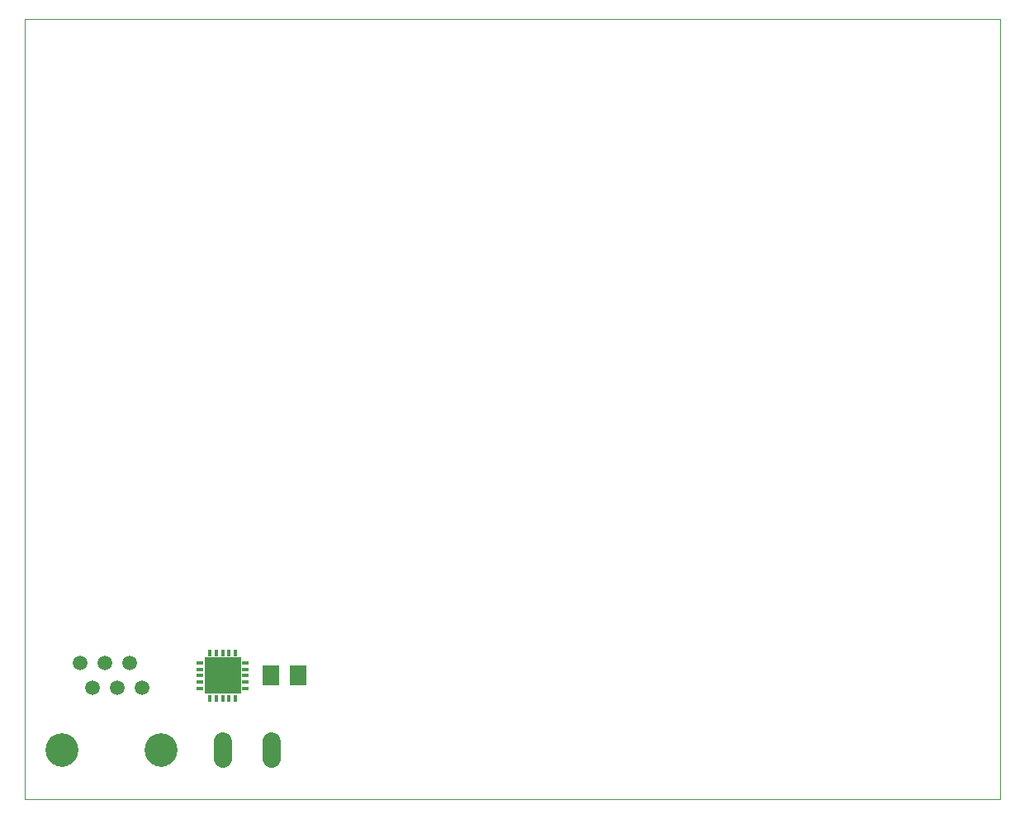
<source format=gts>
G75*
%MOIN*%
%OFA0B0*%
%FSLAX24Y24*%
%IPPOS*%
%LPD*%
%AMOC8*
5,1,8,0,0,1.08239X$1,22.5*
%
%ADD10C,0.0000*%
%ADD11R,0.0158X0.0296*%
%ADD12R,0.0296X0.0158*%
%ADD13R,0.1500X0.1500*%
%ADD14C,0.0594*%
%ADD15C,0.1320*%
%ADD16R,0.0670X0.0827*%
%ADD17C,0.0745*%
D10*
X000260Y001204D02*
X000260Y032700D01*
X039630Y032700D01*
X039630Y001204D01*
X000260Y001204D01*
X001120Y003204D02*
X001122Y003254D01*
X001128Y003304D01*
X001138Y003353D01*
X001151Y003402D01*
X001169Y003449D01*
X001190Y003495D01*
X001214Y003538D01*
X001242Y003580D01*
X001273Y003620D01*
X001307Y003657D01*
X001344Y003691D01*
X001384Y003722D01*
X001426Y003750D01*
X001469Y003774D01*
X001515Y003795D01*
X001562Y003813D01*
X001611Y003826D01*
X001660Y003836D01*
X001710Y003842D01*
X001760Y003844D01*
X001810Y003842D01*
X001860Y003836D01*
X001909Y003826D01*
X001958Y003813D01*
X002005Y003795D01*
X002051Y003774D01*
X002094Y003750D01*
X002136Y003722D01*
X002176Y003691D01*
X002213Y003657D01*
X002247Y003620D01*
X002278Y003580D01*
X002306Y003538D01*
X002330Y003495D01*
X002351Y003449D01*
X002369Y003402D01*
X002382Y003353D01*
X002392Y003304D01*
X002398Y003254D01*
X002400Y003204D01*
X002398Y003154D01*
X002392Y003104D01*
X002382Y003055D01*
X002369Y003006D01*
X002351Y002959D01*
X002330Y002913D01*
X002306Y002870D01*
X002278Y002828D01*
X002247Y002788D01*
X002213Y002751D01*
X002176Y002717D01*
X002136Y002686D01*
X002094Y002658D01*
X002051Y002634D01*
X002005Y002613D01*
X001958Y002595D01*
X001909Y002582D01*
X001860Y002572D01*
X001810Y002566D01*
X001760Y002564D01*
X001710Y002566D01*
X001660Y002572D01*
X001611Y002582D01*
X001562Y002595D01*
X001515Y002613D01*
X001469Y002634D01*
X001426Y002658D01*
X001384Y002686D01*
X001344Y002717D01*
X001307Y002751D01*
X001273Y002788D01*
X001242Y002828D01*
X001214Y002870D01*
X001190Y002913D01*
X001169Y002959D01*
X001151Y003006D01*
X001138Y003055D01*
X001128Y003104D01*
X001122Y003154D01*
X001120Y003204D01*
X005120Y003204D02*
X005122Y003254D01*
X005128Y003304D01*
X005138Y003353D01*
X005151Y003402D01*
X005169Y003449D01*
X005190Y003495D01*
X005214Y003538D01*
X005242Y003580D01*
X005273Y003620D01*
X005307Y003657D01*
X005344Y003691D01*
X005384Y003722D01*
X005426Y003750D01*
X005469Y003774D01*
X005515Y003795D01*
X005562Y003813D01*
X005611Y003826D01*
X005660Y003836D01*
X005710Y003842D01*
X005760Y003844D01*
X005810Y003842D01*
X005860Y003836D01*
X005909Y003826D01*
X005958Y003813D01*
X006005Y003795D01*
X006051Y003774D01*
X006094Y003750D01*
X006136Y003722D01*
X006176Y003691D01*
X006213Y003657D01*
X006247Y003620D01*
X006278Y003580D01*
X006306Y003538D01*
X006330Y003495D01*
X006351Y003449D01*
X006369Y003402D01*
X006382Y003353D01*
X006392Y003304D01*
X006398Y003254D01*
X006400Y003204D01*
X006398Y003154D01*
X006392Y003104D01*
X006382Y003055D01*
X006369Y003006D01*
X006351Y002959D01*
X006330Y002913D01*
X006306Y002870D01*
X006278Y002828D01*
X006247Y002788D01*
X006213Y002751D01*
X006176Y002717D01*
X006136Y002686D01*
X006094Y002658D01*
X006051Y002634D01*
X006005Y002613D01*
X005958Y002595D01*
X005909Y002582D01*
X005860Y002572D01*
X005810Y002566D01*
X005760Y002564D01*
X005710Y002566D01*
X005660Y002572D01*
X005611Y002582D01*
X005562Y002595D01*
X005515Y002613D01*
X005469Y002634D01*
X005426Y002658D01*
X005384Y002686D01*
X005344Y002717D01*
X005307Y002751D01*
X005273Y002788D01*
X005242Y002828D01*
X005214Y002870D01*
X005190Y002913D01*
X005169Y002959D01*
X005151Y003006D01*
X005138Y003055D01*
X005128Y003104D01*
X005122Y003154D01*
X005120Y003204D01*
D11*
X007748Y005298D03*
X008004Y005298D03*
X008260Y005298D03*
X008516Y005298D03*
X008772Y005298D03*
X008772Y007109D03*
X008516Y007109D03*
X008260Y007109D03*
X008004Y007109D03*
X007748Y007109D03*
D12*
X007354Y006716D03*
X007354Y006460D03*
X007354Y006204D03*
X007354Y005948D03*
X007354Y005692D03*
X009166Y005692D03*
X009166Y005948D03*
X009166Y006204D03*
X009166Y006460D03*
X009166Y006716D03*
D13*
X008260Y006204D03*
D14*
X005010Y005704D03*
X004010Y005704D03*
X003010Y005704D03*
X002510Y006704D03*
X003510Y006704D03*
X004510Y006704D03*
D15*
X005760Y003204D03*
X001760Y003204D03*
D16*
X010209Y006204D03*
X011311Y006204D03*
D17*
X010244Y003556D02*
X010244Y002851D01*
X008276Y002851D02*
X008276Y003556D01*
M02*

</source>
